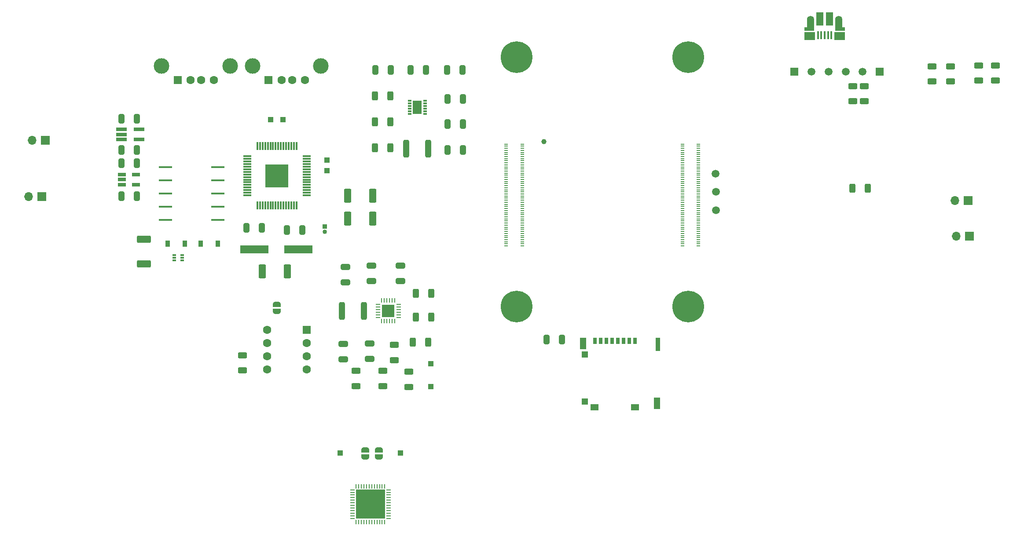
<source format=gbr>
%TF.GenerationSoftware,KiCad,Pcbnew,(5.99.0-9972-g9020611657)*%
%TF.CreationDate,2021-06-01T21:32:07-05:00*%
%TF.ProjectId,ti92revive,74693932-7265-4766-9976-652e6b696361,rev?*%
%TF.SameCoordinates,Original*%
%TF.FileFunction,Soldermask,Bot*%
%TF.FilePolarity,Negative*%
%FSLAX46Y46*%
G04 Gerber Fmt 4.6, Leading zero omitted, Abs format (unit mm)*
G04 Created by KiCad (PCBNEW (5.99.0-9972-g9020611657)) date 2021-06-01 21:32:07*
%MOMM*%
%LPD*%
G01*
G04 APERTURE LIST*
G04 Aperture macros list*
%AMRoundRect*
0 Rectangle with rounded corners*
0 $1 Rounding radius*
0 $2 $3 $4 $5 $6 $7 $8 $9 X,Y pos of 4 corners*
0 Add a 4 corners polygon primitive as box body*
4,1,4,$2,$3,$4,$5,$6,$7,$8,$9,$2,$3,0*
0 Add four circle primitives for the rounded corners*
1,1,$1+$1,$2,$3*
1,1,$1+$1,$4,$5*
1,1,$1+$1,$6,$7*
1,1,$1+$1,$8,$9*
0 Add four rect primitives between the rounded corners*
20,1,$1+$1,$2,$3,$4,$5,0*
20,1,$1+$1,$4,$5,$6,$7,0*
20,1,$1+$1,$6,$7,$8,$9,0*
20,1,$1+$1,$8,$9,$2,$3,0*%
%AMFreePoly0*
4,1,22,0.500000,-0.750000,0.000000,-0.750000,0.000000,-0.745033,-0.079941,-0.743568,-0.215256,-0.701293,-0.333266,-0.622738,-0.424486,-0.514219,-0.481581,-0.384460,-0.499164,-0.250000,-0.500000,-0.250000,-0.500000,0.250000,-0.499164,0.250000,-0.499963,0.256109,-0.478152,0.396186,-0.417904,0.524511,-0.324060,0.630769,-0.204165,0.706417,-0.067858,0.745374,0.000000,0.744959,0.000000,0.750000,
0.500000,0.750000,0.500000,-0.750000,0.500000,-0.750000,$1*%
%AMFreePoly1*
4,1,20,0.000000,0.744959,0.073905,0.744508,0.209726,0.703889,0.328688,0.626782,0.421226,0.519385,0.479903,0.390333,0.500000,0.250000,0.500000,-0.250000,0.499851,-0.262216,0.476331,-0.402017,0.414519,-0.529596,0.319384,-0.634700,0.198574,-0.708877,0.061801,-0.746166,0.000000,-0.745033,0.000000,-0.750000,-0.500000,-0.750000,-0.500000,0.750000,0.000000,0.750000,0.000000,0.744959,
0.000000,0.744959,$1*%
G04 Aperture macros list end*
%ADD10R,0.800000X1.240000*%
%ADD11R,1.160000X1.200000*%
%ADD12R,0.950000X2.500000*%
%ADD13R,1.150000X2.200000*%
%ADD14R,1.500000X1.150000*%
%ADD15R,1.160000X1.250000*%
%ADD16O,0.850000X0.850000*%
%ADD17R,0.850000X0.850000*%
%ADD18R,1.000000X1.000000*%
%ADD19RoundRect,0.250000X-0.650000X0.325000X-0.650000X-0.325000X0.650000X-0.325000X0.650000X0.325000X0*%
%ADD20RoundRect,0.250000X0.312500X0.625000X-0.312500X0.625000X-0.312500X-0.625000X0.312500X-0.625000X0*%
%ADD21RoundRect,0.250000X-0.312500X-0.625000X0.312500X-0.625000X0.312500X0.625000X-0.312500X0.625000X0*%
%ADD22RoundRect,0.250000X-0.625000X0.312500X-0.625000X-0.312500X0.625000X-0.312500X0.625000X0.312500X0*%
%ADD23C,1.500000*%
%ADD24RoundRect,0.250000X0.625000X-0.312500X0.625000X0.312500X-0.625000X0.312500X-0.625000X-0.312500X0*%
%ADD25RoundRect,0.250000X0.312500X1.450000X-0.312500X1.450000X-0.312500X-1.450000X0.312500X-1.450000X0*%
%ADD26R,2.000000X0.650000*%
%ADD27R,0.900000X1.200000*%
%ADD28RoundRect,0.250000X0.325000X0.650000X-0.325000X0.650000X-0.325000X-0.650000X0.325000X-0.650000X0*%
%ADD29R,1.700000X1.700000*%
%ADD30O,1.700000X1.700000*%
%ADD31RoundRect,0.250000X0.650000X-0.325000X0.650000X0.325000X-0.650000X0.325000X-0.650000X-0.325000X0*%
%ADD32RoundRect,0.250000X-0.325000X-0.650000X0.325000X-0.650000X0.325000X0.650000X-0.325000X0.650000X0*%
%ADD33R,0.400000X1.650000*%
%ADD34R,1.350000X2.000000*%
%ADD35O,1.350000X1.700000*%
%ADD36R,1.430000X2.500000*%
%ADD37R,1.825000X0.700000*%
%ADD38O,1.100000X1.500000*%
%ADD39R,2.000000X1.500000*%
%ADD40R,1.600000X1.600000*%
%ADD41C,1.600000*%
%ADD42R,5.500000X1.500000*%
%ADD43RoundRect,0.249999X-1.075001X0.450001X-1.075001X-0.450001X1.075001X-0.450001X1.075001X0.450001X0*%
%ADD44RoundRect,0.249999X-0.450001X-1.075001X0.450001X-1.075001X0.450001X1.075001X-0.450001X1.075001X0*%
%ADD45R,0.700000X0.340000*%
%ADD46R,2.514600X0.457200*%
%ADD47R,1.500000X1.500000*%
%ADD48FreePoly0,270.000000*%
%ADD49FreePoly1,270.000000*%
%ADD50RoundRect,0.062500X0.325000X0.062500X-0.325000X0.062500X-0.325000X-0.062500X0.325000X-0.062500X0*%
%ADD51RoundRect,0.062500X0.062500X0.325000X-0.062500X0.325000X-0.062500X-0.325000X0.062500X-0.325000X0*%
%ADD52R,2.450000X2.450000*%
%ADD53R,0.650000X0.300000*%
%ADD54R,1.700000X2.500000*%
%ADD55RoundRect,0.249999X0.450001X1.075001X-0.450001X1.075001X-0.450001X-1.075001X0.450001X-1.075001X0*%
%ADD56RoundRect,0.062500X-0.375000X-0.062500X0.375000X-0.062500X0.375000X0.062500X-0.375000X0.062500X0*%
%ADD57RoundRect,0.062500X-0.062500X-0.375000X0.062500X-0.375000X0.062500X0.375000X-0.062500X0.375000X0*%
%ADD58R,5.600000X5.600000*%
%ADD59C,3.000000*%
%ADD60FreePoly0,90.000000*%
%ADD61FreePoly1,90.000000*%
%ADD62C,6.100000*%
%ADD63R,0.700000X0.200000*%
%ADD64C,1.000000*%
%ADD65R,4.400000X4.400000*%
%ADD66R,1.500000X0.300000*%
%ADD67R,0.300000X1.500000*%
%ADD68R,1.560000X0.650000*%
G04 APERTURE END LIST*
D10*
%TO.C,J7*%
X182910000Y-95802500D03*
X181810000Y-95802500D03*
X180710000Y-95802500D03*
X179610000Y-95802500D03*
X178510000Y-95802500D03*
X177410000Y-95802500D03*
X176310000Y-95802500D03*
X175210000Y-95802500D03*
D11*
X173270000Y-107432500D03*
D12*
X187255000Y-96432500D03*
D13*
X172865000Y-96282500D03*
X187155000Y-107762500D03*
D14*
X182850000Y-108557500D03*
X175070000Y-108557500D03*
D15*
X173270000Y-98432500D03*
%TD*%
D16*
%TO.C,J8*%
X123200000Y-74800000D03*
D17*
X123200000Y-73800000D03*
%TD*%
D18*
%TO.C,TP15*%
X115200000Y-53200000D03*
%TD*%
%TO.C,TP10*%
X143600000Y-100200000D03*
%TD*%
D19*
%TO.C,C4*%
X137750000Y-81325000D03*
X137750000Y-84275000D03*
%TD*%
D20*
%TO.C,R11*%
X135787500Y-53650000D03*
X132862500Y-53650000D03*
%TD*%
D21*
%TO.C,R9*%
X132862500Y-48650000D03*
X135787500Y-48650000D03*
%TD*%
D22*
%TO.C,R12*%
X252200000Y-42737500D03*
X252200000Y-45662500D03*
%TD*%
D23*
%TO.C,TP1*%
X226687752Y-44000000D03*
%TD*%
D20*
%TO.C,R10*%
X135787500Y-58650000D03*
X132862500Y-58650000D03*
%TD*%
D24*
%TO.C,R20*%
X240000000Y-45862500D03*
X240000000Y-42937500D03*
%TD*%
D25*
%TO.C,L2*%
X143137500Y-58800000D03*
X138862500Y-58800000D03*
%TD*%
D26*
%TO.C,U2*%
X84090000Y-56987500D03*
X84090000Y-56037500D03*
X84090000Y-55087500D03*
X87510000Y-55087500D03*
X87510000Y-56987500D03*
%TD*%
D24*
%TO.C,R2*%
X136600000Y-99462500D03*
X136600000Y-96537500D03*
%TD*%
D22*
%TO.C,R21*%
X227000000Y-46737500D03*
X227000000Y-49662500D03*
%TD*%
D18*
%TO.C,TP11*%
X143600000Y-104600000D03*
%TD*%
D23*
%TO.C,TP9*%
X198500000Y-67050000D03*
%TD*%
D27*
%TO.C,D83*%
X96250000Y-77100000D03*
X92950000Y-77100000D03*
%TD*%
D28*
%TO.C,C6*%
X149800000Y-54000000D03*
X146850000Y-54000000D03*
%TD*%
D29*
%TO.C,JP4*%
X247000000Y-68800000D03*
D30*
X244460000Y-68800000D03*
%TD*%
D28*
%TO.C,C15*%
X118875000Y-74400000D03*
X115925000Y-74400000D03*
%TD*%
D31*
%TO.C,C1*%
X131800000Y-99275000D03*
X131800000Y-96325000D03*
%TD*%
D32*
%TO.C,C13*%
X84125000Y-59037500D03*
X87075000Y-59037500D03*
%TD*%
D33*
%TO.C,J1*%
X218075000Y-36965000D03*
X218725000Y-36965000D03*
X219375000Y-36965000D03*
X220025000Y-36965000D03*
X220675000Y-36965000D03*
D34*
X216645000Y-35015000D03*
D35*
X222105000Y-34085000D03*
D36*
X220335000Y-33815000D03*
D37*
X216425000Y-35765000D03*
D34*
X222125000Y-35015000D03*
D38*
X221795000Y-37085000D03*
D37*
X222375000Y-35765000D03*
D36*
X218415000Y-33815000D03*
D38*
X216955000Y-37085000D03*
D35*
X216645000Y-34085000D03*
D39*
X222275000Y-37085000D03*
X216525000Y-37065000D03*
%TD*%
D29*
%TO.C,TH1*%
X68800000Y-68000000D03*
D30*
X66260000Y-68000000D03*
%TD*%
D28*
%TO.C,C11*%
X135875000Y-43600000D03*
X132925000Y-43600000D03*
%TD*%
D24*
%TO.C,R4*%
X129200000Y-104462500D03*
X129200000Y-101537500D03*
%TD*%
D32*
%TO.C,C16*%
X84075000Y-67930952D03*
X87025000Y-67930952D03*
%TD*%
D40*
%TO.C,U5*%
X119750000Y-93620000D03*
D41*
X119750000Y-96160000D03*
X119750000Y-98700000D03*
X119750000Y-101240000D03*
X112130000Y-101240000D03*
X112130000Y-98700000D03*
X112130000Y-96160000D03*
X112130000Y-93620000D03*
%TD*%
D28*
%TO.C,C18*%
X168795000Y-95550000D03*
X165845000Y-95550000D03*
%TD*%
D29*
%TO.C,J2*%
X69400000Y-57200000D03*
D30*
X66860000Y-57200000D03*
%TD*%
D42*
%TO.C,Y1*%
X109658334Y-78200000D03*
X118158334Y-78200000D03*
%TD*%
D43*
%TO.C,R15*%
X88400000Y-76200000D03*
X88400000Y-81000000D03*
%TD*%
D44*
%TO.C,R17*%
X127600000Y-67800000D03*
X132400000Y-67800000D03*
%TD*%
D24*
%TO.C,R18*%
X243600000Y-45862500D03*
X243600000Y-42937500D03*
%TD*%
D32*
%TO.C,C12*%
X84125000Y-53037500D03*
X87075000Y-53037500D03*
%TD*%
D23*
%TO.C,TP3*%
X216843876Y-44000000D03*
%TD*%
D18*
%TO.C,TP23*%
X126200000Y-117400000D03*
%TD*%
D19*
%TO.C,C3*%
X126800000Y-96400000D03*
X126800000Y-99350000D03*
%TD*%
D45*
%TO.C,Q1*%
X95750000Y-79300000D03*
X95750000Y-79800000D03*
X95750000Y-80300000D03*
X94250000Y-80300000D03*
X94250000Y-79800000D03*
X94250000Y-79300000D03*
%TD*%
D18*
%TO.C,TP21*%
X123600000Y-60950000D03*
%TD*%
D22*
%TO.C,R13*%
X107340000Y-98557500D03*
X107340000Y-101482500D03*
%TD*%
D46*
%TO.C,U6*%
X102654600Y-62332700D03*
X102654600Y-64872700D03*
X102654600Y-67412700D03*
X102654600Y-69952700D03*
X102654600Y-72492700D03*
X92545400Y-72492700D03*
X92545400Y-69952700D03*
X92545400Y-67412700D03*
X92545400Y-64872700D03*
X92545400Y-62332700D03*
%TD*%
D47*
%TO.C,TP7*%
X213562584Y-43995875D03*
%TD*%
D32*
%TO.C,C7*%
X146850000Y-49200000D03*
X149800000Y-49200000D03*
%TD*%
D25*
%TO.C,L1*%
X130737500Y-90000000D03*
X126462500Y-90000000D03*
%TD*%
D48*
%TO.C,JP1*%
X113940000Y-88770000D03*
D49*
X113940000Y-90070000D03*
%TD*%
D48*
%TO.C,JP2*%
X131000000Y-116800000D03*
D49*
X131000000Y-118100000D03*
%TD*%
D50*
%TO.C,U3*%
X137387500Y-88750000D03*
X137387500Y-89250000D03*
X137387500Y-89750000D03*
X137387500Y-90250000D03*
X137387500Y-90750000D03*
X137387500Y-91250000D03*
D51*
X136650000Y-91987500D03*
X136150000Y-91987500D03*
X135650000Y-91987500D03*
X135150000Y-91987500D03*
X134650000Y-91987500D03*
X134150000Y-91987500D03*
D50*
X133412500Y-91250000D03*
X133412500Y-90750000D03*
X133412500Y-90250000D03*
X133412500Y-89750000D03*
X133412500Y-89250000D03*
X133412500Y-88750000D03*
D51*
X134150000Y-88012500D03*
X134650000Y-88012500D03*
X135150000Y-88012500D03*
X135650000Y-88012500D03*
X136150000Y-88012500D03*
X136650000Y-88012500D03*
D52*
X135400000Y-90000000D03*
%TD*%
D53*
%TO.C,U4*%
X142500000Y-49550000D03*
X142500000Y-50050000D03*
X142500000Y-50550000D03*
X142500000Y-51050000D03*
X142500000Y-51550000D03*
X142500000Y-52050000D03*
X139550000Y-52050000D03*
X139550000Y-51550000D03*
X139550000Y-51050000D03*
X139550000Y-50550000D03*
X139550000Y-50050000D03*
X139550000Y-49550000D03*
D54*
X141000000Y-50800000D03*
%TD*%
D23*
%TO.C,TP2*%
X223406460Y-44000000D03*
%TD*%
D55*
%TO.C,R14*%
X116000000Y-82400000D03*
X111200000Y-82400000D03*
%TD*%
D56*
%TO.C,U9*%
X128562500Y-129950000D03*
X128562500Y-129450000D03*
X128562500Y-128950000D03*
X128562500Y-128450000D03*
X128562500Y-127950000D03*
X128562500Y-127450000D03*
X128562500Y-126950000D03*
X128562500Y-126450000D03*
X128562500Y-125950000D03*
X128562500Y-125450000D03*
X128562500Y-124950000D03*
X128562500Y-124450000D03*
D57*
X129250000Y-123762500D03*
X129750000Y-123762500D03*
X130250000Y-123762500D03*
X130750000Y-123762500D03*
X131250000Y-123762500D03*
X131750000Y-123762500D03*
X132250000Y-123762500D03*
X132750000Y-123762500D03*
X133250000Y-123762500D03*
X133750000Y-123762500D03*
X134250000Y-123762500D03*
X134750000Y-123762500D03*
D56*
X135437500Y-124450000D03*
X135437500Y-124950000D03*
X135437500Y-125450000D03*
X135437500Y-125950000D03*
X135437500Y-126450000D03*
X135437500Y-126950000D03*
X135437500Y-127450000D03*
X135437500Y-127950000D03*
X135437500Y-128450000D03*
X135437500Y-128950000D03*
X135437500Y-129450000D03*
X135437500Y-129950000D03*
D57*
X134750000Y-130637500D03*
X134250000Y-130637500D03*
X133750000Y-130637500D03*
X133250000Y-130637500D03*
X132750000Y-130637500D03*
X132250000Y-130637500D03*
X131750000Y-130637500D03*
X131250000Y-130637500D03*
X130750000Y-130637500D03*
X130250000Y-130637500D03*
X129750000Y-130637500D03*
X129250000Y-130637500D03*
D58*
X132000000Y-127200000D03*
%TD*%
D40*
%TO.C,J4*%
X94900000Y-45590000D03*
D41*
X97400000Y-45590000D03*
X99400000Y-45590000D03*
X101900000Y-45590000D03*
D59*
X91830000Y-42880000D03*
X104970000Y-42880000D03*
%TD*%
D32*
%TO.C,C17*%
X84075000Y-61530952D03*
X87025000Y-61530952D03*
%TD*%
D23*
%TO.C,TP26*%
X198400000Y-63600000D03*
%TD*%
D28*
%TO.C,C14*%
X111075000Y-74000000D03*
X108125000Y-74000000D03*
%TD*%
D60*
%TO.C,JP3*%
X133600000Y-118100000D03*
D61*
X133600000Y-116800000D03*
%TD*%
D23*
%TO.C,TP8*%
X198500000Y-70600000D03*
%TD*%
D24*
%TO.C,R1*%
X139400000Y-104662500D03*
X139400000Y-101737500D03*
%TD*%
D62*
%TO.C,U1*%
X160100000Y-89200000D03*
X160100000Y-41200000D03*
X193100000Y-41200000D03*
X193100000Y-89200000D03*
D63*
X195100000Y-57900000D03*
X192020000Y-57900000D03*
X195100000Y-58300000D03*
X192020000Y-58300000D03*
X195100000Y-58700000D03*
X192020000Y-58700000D03*
X195100000Y-59100000D03*
X192020000Y-59100000D03*
X195100000Y-59500000D03*
X192020000Y-59500000D03*
X195100000Y-59900000D03*
X192020000Y-59900000D03*
X195100000Y-60300000D03*
X192020000Y-60300000D03*
X195100000Y-60700000D03*
X192020000Y-60700000D03*
X195100000Y-61100000D03*
X192020000Y-61100000D03*
X195100000Y-61500000D03*
X192020000Y-61500000D03*
X195100000Y-61900000D03*
X192020000Y-61900000D03*
X195100000Y-62300000D03*
X192020000Y-62300000D03*
X195100000Y-62700000D03*
X192020000Y-62700000D03*
X195100000Y-63100000D03*
X192020000Y-63100000D03*
X195100000Y-63500000D03*
X192020000Y-63500000D03*
X195100000Y-63900000D03*
X192020000Y-63900000D03*
X195100000Y-64300000D03*
X192020000Y-64300000D03*
X195100000Y-64700000D03*
X192020000Y-64700000D03*
X195100000Y-65100000D03*
X192020000Y-65100000D03*
X195100000Y-65500000D03*
X192020000Y-65500000D03*
X195100000Y-65900000D03*
X192020000Y-65900000D03*
X195100000Y-66300000D03*
X192020000Y-66300000D03*
X195100000Y-66700000D03*
X192020000Y-66700000D03*
X195100000Y-67100000D03*
X192020000Y-67100000D03*
X195100000Y-67500000D03*
X192020000Y-67500000D03*
X195100000Y-67900000D03*
X192020000Y-67900000D03*
X195100000Y-68300000D03*
X192020000Y-68300000D03*
X195100000Y-68700000D03*
X192020000Y-68700000D03*
X195100000Y-69100000D03*
X192020000Y-69100000D03*
X195100000Y-69500000D03*
X192020000Y-69500000D03*
X195100000Y-69900000D03*
X192020000Y-69900000D03*
X195100000Y-70300000D03*
X192020000Y-70300000D03*
X195100000Y-70700000D03*
X192020000Y-70700000D03*
X195100000Y-71100000D03*
X192020000Y-71100000D03*
X195100000Y-71500000D03*
X192020000Y-71500000D03*
X195100000Y-71900000D03*
X192020000Y-71900000D03*
X195100000Y-72300000D03*
X192020000Y-72300000D03*
X195100000Y-72700000D03*
X192020000Y-72700000D03*
X195100000Y-73100000D03*
X192020000Y-73100000D03*
X195100000Y-73500000D03*
X192020000Y-73500000D03*
X195100000Y-73900000D03*
X192020000Y-73900000D03*
X195100000Y-74300000D03*
X192020000Y-74300000D03*
X195100000Y-74700000D03*
X192020000Y-74700000D03*
X195100000Y-75100000D03*
X192020000Y-75100000D03*
X195100000Y-75500000D03*
X192020000Y-75500000D03*
X195100000Y-75900000D03*
X192020000Y-75900000D03*
X195100000Y-76300000D03*
X192020000Y-76300000D03*
X195100000Y-76700000D03*
X192020000Y-76700000D03*
X195100000Y-77100000D03*
X192020000Y-77100000D03*
X195100000Y-77500000D03*
X192020000Y-77500000D03*
X161180000Y-57900000D03*
X158100000Y-57900000D03*
X161180000Y-58300000D03*
X158100000Y-58300000D03*
X161180000Y-58700000D03*
X158100000Y-58700000D03*
X161180000Y-59100000D03*
X158100000Y-59100000D03*
X161180000Y-59500000D03*
X158100000Y-59500000D03*
X161180000Y-59900000D03*
X158100000Y-59900000D03*
X161180000Y-60300000D03*
X158100000Y-60300000D03*
X161180000Y-60700000D03*
X158100000Y-60700000D03*
X161180000Y-61100000D03*
X158100000Y-61100000D03*
X161180000Y-61500000D03*
X158100000Y-61500000D03*
X161180000Y-61900000D03*
X158100000Y-61900000D03*
X161180000Y-62300000D03*
X158100000Y-62300000D03*
X161180000Y-62700000D03*
X158100000Y-62700000D03*
X161180000Y-63100000D03*
X158100000Y-63100000D03*
X161180000Y-63500000D03*
X158100000Y-63500000D03*
X161180000Y-63900000D03*
X158100000Y-63900000D03*
X161180000Y-64300000D03*
X158100000Y-64300000D03*
X161180000Y-64700000D03*
X158100000Y-64700000D03*
X161180000Y-65100000D03*
X158100000Y-65100000D03*
X161180000Y-65500000D03*
X158100000Y-65500000D03*
X161180000Y-65900000D03*
X158100000Y-65900000D03*
X161180000Y-66300000D03*
X158100000Y-66300000D03*
X161180000Y-66700000D03*
X158100000Y-66700000D03*
X161180000Y-67100000D03*
X158100000Y-67100000D03*
X161180000Y-67500000D03*
X158100000Y-67500000D03*
X161180000Y-67900000D03*
X158100000Y-67900000D03*
X161180000Y-68300000D03*
X158100000Y-68300000D03*
X161180000Y-68700000D03*
X158100000Y-68700000D03*
X161180000Y-69100000D03*
X158100000Y-69100000D03*
X161180000Y-69500000D03*
X158100000Y-69500000D03*
X161180000Y-69900000D03*
X158100000Y-69900000D03*
X161180000Y-70300000D03*
X158100000Y-70300000D03*
X161180000Y-70700000D03*
X158100000Y-70700000D03*
X161180000Y-71100000D03*
X158100000Y-71100000D03*
X161180000Y-71500000D03*
X158100000Y-71500000D03*
X161180000Y-71900000D03*
X158100000Y-71900000D03*
X161180000Y-72300000D03*
X158100000Y-72300000D03*
X161180000Y-72700000D03*
X158100000Y-72700000D03*
X161180000Y-73100000D03*
X158100000Y-73100000D03*
X161180000Y-73500000D03*
X158100000Y-73500000D03*
X161180000Y-73900000D03*
X158100000Y-73900000D03*
X161180000Y-74300000D03*
X158100000Y-74300000D03*
X161180000Y-74700000D03*
X158100000Y-74700000D03*
X161180000Y-75100000D03*
X158100000Y-75100000D03*
X161180000Y-75500000D03*
X158100000Y-75500000D03*
X161180000Y-75900000D03*
X158100000Y-75900000D03*
X161180000Y-76300000D03*
X158100000Y-76300000D03*
X161180000Y-76700000D03*
X158100000Y-76700000D03*
X161180000Y-77100000D03*
X158100000Y-77100000D03*
X161180000Y-77500000D03*
X158100000Y-77500000D03*
%TD*%
D64*
%TO.C,TP12*%
X165400000Y-57400000D03*
%TD*%
D44*
%TO.C,R16*%
X127600000Y-72210000D03*
X132400000Y-72210000D03*
%TD*%
D21*
%TO.C,R19*%
X224737500Y-66400000D03*
X227662500Y-66400000D03*
%TD*%
D18*
%TO.C,TP24*%
X137800000Y-117400000D03*
%TD*%
D65*
%TO.C,U7*%
X114000000Y-64000000D03*
D66*
X119700000Y-60250000D03*
X119700000Y-60750000D03*
X119700000Y-61250000D03*
X119700000Y-61750000D03*
X119700000Y-62250000D03*
X119700000Y-62750000D03*
X119700000Y-63250000D03*
X119700000Y-63750000D03*
X119700000Y-64250000D03*
X119700000Y-64750000D03*
X119700000Y-65250000D03*
X119700000Y-65750000D03*
X119700000Y-66250000D03*
X119700000Y-66750000D03*
X119700000Y-67250000D03*
X119700000Y-67750000D03*
D67*
X117750000Y-69700000D03*
X117250000Y-69700000D03*
X116750000Y-69700000D03*
X116250000Y-69700000D03*
X115750000Y-69700000D03*
X115250000Y-69700000D03*
X114750000Y-69700000D03*
X114250000Y-69700000D03*
X113750000Y-69700000D03*
X113250000Y-69700000D03*
X112750000Y-69700000D03*
X112250000Y-69700000D03*
X111750000Y-69700000D03*
X111250000Y-69700000D03*
X110750000Y-69700000D03*
X110250000Y-69700000D03*
D66*
X108300000Y-67750000D03*
X108300000Y-67250000D03*
X108300000Y-66750000D03*
X108300000Y-66250000D03*
X108300000Y-65750000D03*
X108300000Y-65250000D03*
X108300000Y-64750000D03*
X108300000Y-64250000D03*
X108300000Y-63750000D03*
X108300000Y-63250000D03*
X108300000Y-62750000D03*
X108300000Y-62250000D03*
X108300000Y-61750000D03*
X108300000Y-61250000D03*
X108300000Y-60750000D03*
X108300000Y-60250000D03*
D67*
X110250000Y-58300000D03*
X110750000Y-58300000D03*
X111250000Y-58300000D03*
X111750000Y-58300000D03*
X112250000Y-58300000D03*
X112750000Y-58300000D03*
X113250000Y-58300000D03*
X113750000Y-58300000D03*
X114250000Y-58300000D03*
X114750000Y-58300000D03*
X115250000Y-58300000D03*
X115750000Y-58300000D03*
X116250000Y-58300000D03*
X116750000Y-58300000D03*
X117250000Y-58300000D03*
X117750000Y-58300000D03*
%TD*%
D29*
%TO.C,J3*%
X247200000Y-75600000D03*
D30*
X244660000Y-75600000D03*
%TD*%
D23*
%TO.C,TP4*%
X220125168Y-44000000D03*
%TD*%
D40*
%TO.C,J5*%
X112400000Y-45590000D03*
D41*
X114900000Y-45590000D03*
X116900000Y-45590000D03*
X119400000Y-45590000D03*
D59*
X122470000Y-42880000D03*
X109330000Y-42880000D03*
%TD*%
D20*
%TO.C,R3*%
X143062500Y-96000000D03*
X140137500Y-96000000D03*
%TD*%
D31*
%TO.C,C5*%
X127200000Y-84475000D03*
X127200000Y-81525000D03*
%TD*%
D28*
%TO.C,C10*%
X142675000Y-43600000D03*
X139725000Y-43600000D03*
%TD*%
D27*
%TO.C,D84*%
X99350000Y-77100000D03*
X102650000Y-77100000D03*
%TD*%
D22*
%TO.C,R7*%
X249000000Y-42737500D03*
X249000000Y-45662500D03*
%TD*%
D28*
%TO.C,C8*%
X149800000Y-59000000D03*
X146850000Y-59000000D03*
%TD*%
D32*
%TO.C,C9*%
X146725000Y-43600000D03*
X149675000Y-43600000D03*
%TD*%
D31*
%TO.C,C2*%
X132200000Y-84275000D03*
X132200000Y-81325000D03*
%TD*%
D18*
%TO.C,TP20*%
X123600000Y-63000000D03*
%TD*%
D68*
%TO.C,U8*%
X84200000Y-65680952D03*
X84200000Y-64730952D03*
X84200000Y-63780952D03*
X86900000Y-63780952D03*
X86900000Y-65680952D03*
%TD*%
D22*
%TO.C,R22*%
X224800000Y-46737500D03*
X224800000Y-49662500D03*
%TD*%
D20*
%TO.C,R5*%
X143662500Y-91200000D03*
X140737500Y-91200000D03*
%TD*%
D47*
%TO.C,TP0*%
X229969048Y-44000000D03*
%TD*%
D24*
%TO.C,R8*%
X134400000Y-104462500D03*
X134400000Y-101537500D03*
%TD*%
D21*
%TO.C,R6*%
X140737500Y-86600000D03*
X143662500Y-86600000D03*
%TD*%
D18*
%TO.C,TP14*%
X112800000Y-53200000D03*
%TD*%
M02*

</source>
